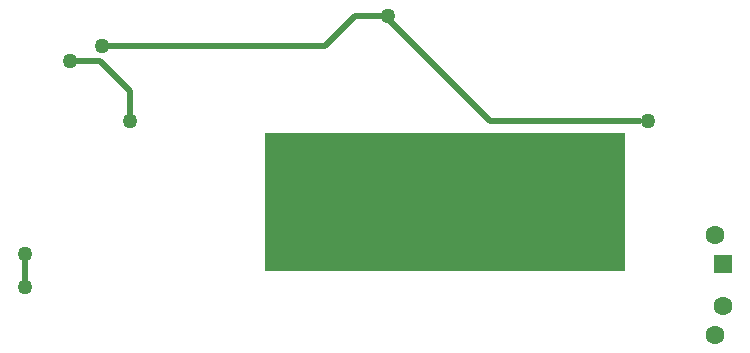
<source format=gbl>
G04*
G04 #@! TF.GenerationSoftware,Altium Limited,Altium Designer,19.1.7 (138)*
G04*
G04 Layer_Physical_Order=2*
G04 Layer_Color=16711680*
%FSLAX25Y25*%
%MOIN*%
G70*
G01*
G75*
%ADD59C,0.01968*%
%ADD60R,0.06299X0.06299*%
%ADD61C,0.06299*%
%ADD62C,0.02362*%
%ADD63C,0.05000*%
%ADD64R,1.20000X0.45894*%
D59*
X225000Y95000D02*
X275000D01*
X190945Y129055D02*
X225000Y95000D01*
X190945Y129055D02*
Y130000D01*
X180000D02*
X190945D01*
X170000Y120000D02*
X180000Y130000D01*
X95395Y120000D02*
X170000D01*
X70000Y39618D02*
Y50721D01*
X104828Y95000D02*
Y105000D01*
X94828Y115000D02*
X104828Y105000D01*
X85000Y115000D02*
X94828D01*
D60*
X302500Y47244D02*
D03*
D61*
Y33465D02*
D03*
X300020Y57087D02*
D03*
Y23622D02*
D03*
D62*
X267717Y66142D02*
D03*
Y59843D02*
D03*
Y53543D02*
D03*
Y47244D02*
D03*
X266142Y69291D02*
D03*
X264567Y66142D02*
D03*
X266142Y62992D02*
D03*
X264567Y59843D02*
D03*
X266142Y56693D02*
D03*
X264567Y53543D02*
D03*
X266142Y50394D02*
D03*
X264567Y47244D02*
D03*
X262992Y69291D02*
D03*
X261418Y66142D02*
D03*
X262992Y62992D02*
D03*
X261418Y59843D02*
D03*
X262992Y56693D02*
D03*
X261418Y53543D02*
D03*
X262992Y50394D02*
D03*
X261418Y47244D02*
D03*
X259843Y69291D02*
D03*
X258268Y66142D02*
D03*
X259843Y62992D02*
D03*
X258268Y59843D02*
D03*
X259843Y56693D02*
D03*
X258268Y53543D02*
D03*
X259843Y50394D02*
D03*
X258268Y47244D02*
D03*
X256693Y69291D02*
D03*
X255118Y66142D02*
D03*
X256693Y62992D02*
D03*
X255118Y59843D02*
D03*
X256693Y56693D02*
D03*
X255118Y53543D02*
D03*
X256693Y50394D02*
D03*
X255118Y47244D02*
D03*
X253544Y69291D02*
D03*
X251969Y66142D02*
D03*
X253544Y62992D02*
D03*
X251969Y59843D02*
D03*
X253544Y56693D02*
D03*
X251969Y53543D02*
D03*
X253544Y50394D02*
D03*
X251969Y47244D02*
D03*
X250394Y81890D02*
D03*
Y69291D02*
D03*
X248819Y66142D02*
D03*
X250394Y62992D02*
D03*
X248819Y59843D02*
D03*
X250394Y56693D02*
D03*
X248819Y53543D02*
D03*
X250394Y50394D02*
D03*
X248819Y47244D02*
D03*
X247244Y69291D02*
D03*
X245670Y66142D02*
D03*
X247244Y62992D02*
D03*
X245670Y59843D02*
D03*
X247244Y56693D02*
D03*
X245670Y53543D02*
D03*
X247244Y50394D02*
D03*
X245670Y47244D02*
D03*
X244095Y69291D02*
D03*
X242520Y66142D02*
D03*
X244095Y62992D02*
D03*
X242520Y59843D02*
D03*
X244095Y56693D02*
D03*
X242520Y53543D02*
D03*
X244095Y50394D02*
D03*
X242520Y47244D02*
D03*
X240945Y69291D02*
D03*
X239370Y66142D02*
D03*
X240945Y62992D02*
D03*
X239370Y59843D02*
D03*
X240945Y56693D02*
D03*
X239370Y53543D02*
D03*
X240945Y50394D02*
D03*
X239370Y47244D02*
D03*
X237796Y69291D02*
D03*
X236221Y66142D02*
D03*
X237796Y62992D02*
D03*
X236221Y59843D02*
D03*
X237796Y56693D02*
D03*
X236221Y53543D02*
D03*
X237796Y50394D02*
D03*
X236221Y47244D02*
D03*
X234646Y69291D02*
D03*
X233071Y66142D02*
D03*
X234646Y62992D02*
D03*
X233071Y59843D02*
D03*
X234646Y56693D02*
D03*
X233071Y53543D02*
D03*
X234646Y50394D02*
D03*
X233071Y47244D02*
D03*
X231496Y81890D02*
D03*
Y69291D02*
D03*
X229922Y66142D02*
D03*
X231496Y62992D02*
D03*
X229922Y59843D02*
D03*
X231496Y56693D02*
D03*
X229922Y53543D02*
D03*
X231496Y50394D02*
D03*
X229922Y47244D02*
D03*
X228347Y81890D02*
D03*
Y69291D02*
D03*
X226772Y66142D02*
D03*
X228347Y62992D02*
D03*
X226772Y59843D02*
D03*
X228347Y56693D02*
D03*
X226772Y53543D02*
D03*
X228347Y50394D02*
D03*
X226772Y47244D02*
D03*
X225197Y69291D02*
D03*
X223622Y66142D02*
D03*
X225197Y62992D02*
D03*
X223622Y59843D02*
D03*
X225197Y56693D02*
D03*
X223622Y53543D02*
D03*
X225197Y50394D02*
D03*
X223622Y47244D02*
D03*
X222047Y69291D02*
D03*
X220473Y66142D02*
D03*
X222047Y62992D02*
D03*
X220473Y59843D02*
D03*
X222047Y56693D02*
D03*
X220473Y53543D02*
D03*
X222047Y50394D02*
D03*
X220473Y47244D02*
D03*
X218898Y69291D02*
D03*
X217323Y66142D02*
D03*
X218898Y62992D02*
D03*
X217323Y59843D02*
D03*
X218898Y56693D02*
D03*
X217323Y53543D02*
D03*
X218898Y50394D02*
D03*
X217323Y47244D02*
D03*
X215748Y69291D02*
D03*
X214174Y66142D02*
D03*
X215748Y62992D02*
D03*
X214174Y59843D02*
D03*
X215748Y56693D02*
D03*
X214174Y53543D02*
D03*
X215748Y50394D02*
D03*
X214174Y47244D02*
D03*
X212599Y69291D02*
D03*
X211024Y66142D02*
D03*
X212599Y62992D02*
D03*
X211024Y59843D02*
D03*
X212599Y56693D02*
D03*
X211024Y53543D02*
D03*
X212599Y50394D02*
D03*
X211024Y47244D02*
D03*
X209449Y81890D02*
D03*
Y69291D02*
D03*
X207874Y66142D02*
D03*
X209449Y62992D02*
D03*
X207874Y59843D02*
D03*
X209449Y56693D02*
D03*
X207874Y53543D02*
D03*
X209449Y50394D02*
D03*
X207874Y47244D02*
D03*
X206299Y69291D02*
D03*
X204725Y66142D02*
D03*
X206299Y62992D02*
D03*
X204725Y59843D02*
D03*
X206299Y56693D02*
D03*
X204725Y53543D02*
D03*
X206299Y50394D02*
D03*
X204725Y47244D02*
D03*
X203150Y69291D02*
D03*
X201575Y66142D02*
D03*
X203150Y62992D02*
D03*
X201575Y59843D02*
D03*
X203150Y56693D02*
D03*
X201575Y53543D02*
D03*
X203150Y50394D02*
D03*
X201575Y47244D02*
D03*
X200000Y69291D02*
D03*
X198425Y66142D02*
D03*
X200000Y62992D02*
D03*
X198425Y59843D02*
D03*
X200000Y56693D02*
D03*
X198425Y53543D02*
D03*
X200000Y50394D02*
D03*
X198425Y47244D02*
D03*
X196851Y69291D02*
D03*
X195276Y66142D02*
D03*
X196851Y62992D02*
D03*
X195276Y59843D02*
D03*
X196851Y56693D02*
D03*
X195276Y53543D02*
D03*
X196851Y50394D02*
D03*
X195276Y47244D02*
D03*
X193701Y69291D02*
D03*
X192126Y66142D02*
D03*
X193701Y62992D02*
D03*
X192126Y59843D02*
D03*
X193701Y56693D02*
D03*
X192126Y53543D02*
D03*
X193701Y50394D02*
D03*
X192126Y47244D02*
D03*
X190551Y81890D02*
D03*
Y69291D02*
D03*
X188977Y66142D02*
D03*
X190551Y62992D02*
D03*
X188977Y59843D02*
D03*
X190551Y56693D02*
D03*
X188977Y53543D02*
D03*
X190551Y50394D02*
D03*
X188977Y47244D02*
D03*
X187402Y69291D02*
D03*
X185827Y66142D02*
D03*
X187402Y62992D02*
D03*
X185827Y59843D02*
D03*
X187402Y56693D02*
D03*
X185827Y53543D02*
D03*
X187402Y50394D02*
D03*
X185827Y47244D02*
D03*
X184252Y69291D02*
D03*
X182677Y66142D02*
D03*
X184252Y62992D02*
D03*
X182677Y59843D02*
D03*
X184252Y56693D02*
D03*
X182677Y53543D02*
D03*
X184252Y50394D02*
D03*
X182677Y47244D02*
D03*
X181103Y69291D02*
D03*
X179528Y66142D02*
D03*
X181103Y62992D02*
D03*
X179528Y59843D02*
D03*
X181103Y56693D02*
D03*
X179528Y53543D02*
D03*
X181103Y50394D02*
D03*
X179528Y47244D02*
D03*
X177953Y69291D02*
D03*
X176378Y66142D02*
D03*
X177953Y62992D02*
D03*
X176378Y59843D02*
D03*
X177953Y56693D02*
D03*
X176378Y53543D02*
D03*
X177953Y50394D02*
D03*
X176378Y47244D02*
D03*
X174803Y69291D02*
D03*
X173229Y66142D02*
D03*
X174803Y62992D02*
D03*
X173229Y59843D02*
D03*
X174803Y56693D02*
D03*
X173229Y53543D02*
D03*
X174803Y50394D02*
D03*
X173229Y47244D02*
D03*
X171654Y81890D02*
D03*
Y69291D02*
D03*
X170079Y66142D02*
D03*
X171654Y62992D02*
D03*
X170079Y59843D02*
D03*
X171654Y56693D02*
D03*
X170079Y53543D02*
D03*
X171654Y50394D02*
D03*
X170079Y47244D02*
D03*
X168504Y81890D02*
D03*
Y69291D02*
D03*
X166929Y66142D02*
D03*
X168504Y62992D02*
D03*
X166929Y59843D02*
D03*
X168504Y56693D02*
D03*
X166929Y53543D02*
D03*
X168504Y50394D02*
D03*
X166929Y47244D02*
D03*
X165355Y69291D02*
D03*
X163780Y66142D02*
D03*
X165355Y62992D02*
D03*
X163780Y59843D02*
D03*
X165355Y56693D02*
D03*
X163780Y53543D02*
D03*
X165355Y50394D02*
D03*
X163780Y47244D02*
D03*
X162205Y69291D02*
D03*
X160630Y66142D02*
D03*
X162205Y62992D02*
D03*
X160630Y59843D02*
D03*
X162205Y56693D02*
D03*
X160630Y53543D02*
D03*
X162205Y50394D02*
D03*
X160630Y47244D02*
D03*
X159055Y69291D02*
D03*
X157481Y66142D02*
D03*
X159055Y62992D02*
D03*
X157481Y59843D02*
D03*
X159055Y56693D02*
D03*
X157481Y53543D02*
D03*
X159055Y50394D02*
D03*
X157481Y47244D02*
D03*
X155906Y69291D02*
D03*
X154331Y66142D02*
D03*
X155906Y62992D02*
D03*
X154331Y59843D02*
D03*
X155906Y56693D02*
D03*
X154331Y53543D02*
D03*
X155906Y50394D02*
D03*
X154331Y47244D02*
D03*
X152756Y69291D02*
D03*
Y62992D02*
D03*
Y56693D02*
D03*
Y50394D02*
D03*
D63*
X277500Y95000D02*
D03*
X190945Y130000D02*
D03*
X70000Y39618D02*
D03*
Y50721D02*
D03*
X85000Y115000D02*
D03*
X104828Y95000D02*
D03*
X95395Y120000D02*
D03*
D64*
X210000Y67947D02*
D03*
M02*

</source>
